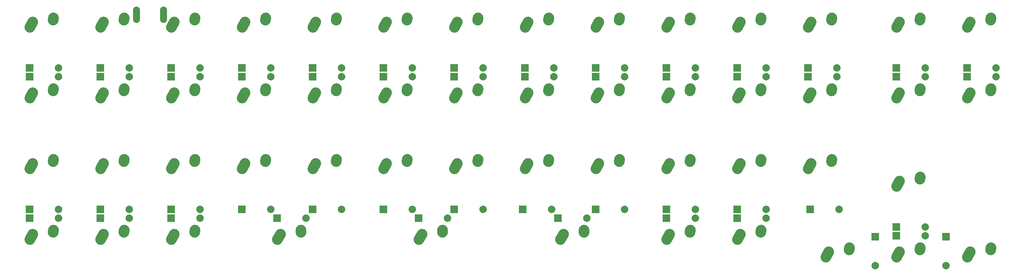
<source format=gbr>
G04 #@! TF.FileFunction,Soldermask,Top*
%FSLAX46Y46*%
G04 Gerber Fmt 4.6, Leading zero omitted, Abs format (unit mm)*
G04 Created by KiCad (PCBNEW 4.0.7) date 07/11/18 03:04:03*
%MOMM*%
%LPD*%
G01*
G04 APERTURE LIST*
%ADD10C,0.100000*%
%ADD11R,2.000000X2.000000*%
%ADD12C,2.000000*%
%ADD13O,1.900000X4.400000*%
%ADD14C,2.900000*%
G04 APERTURE END LIST*
D10*
D11*
X19912500Y-34528125D03*
D12*
X27712500Y-34528125D03*
D11*
X19912500Y-36909375D03*
D12*
X27712500Y-36909375D03*
D11*
X19912500Y-72628125D03*
D12*
X27712500Y-72628125D03*
D11*
X19912500Y-75009375D03*
D12*
X27712500Y-75009375D03*
D11*
X38962500Y-34528125D03*
D12*
X46762500Y-34528125D03*
D11*
X38962500Y-36909375D03*
D12*
X46762500Y-36909375D03*
D11*
X38962500Y-72628125D03*
D12*
X46762500Y-72628125D03*
D11*
X38962500Y-75009375D03*
D12*
X46762500Y-75009375D03*
D11*
X58012500Y-34528125D03*
D12*
X65812500Y-34528125D03*
D11*
X58012500Y-36909375D03*
D12*
X65812500Y-36909375D03*
D11*
X58012500Y-72628125D03*
D12*
X65812500Y-72628125D03*
D11*
X58012500Y-75009375D03*
D12*
X65812500Y-75009375D03*
D11*
X77062500Y-34528125D03*
D12*
X84862500Y-34528125D03*
D11*
X77062500Y-36909375D03*
D12*
X84862500Y-36909375D03*
D11*
X77062500Y-72628125D03*
D12*
X84862500Y-72628125D03*
D11*
X86587500Y-75009375D03*
D12*
X94387500Y-75009375D03*
D11*
X96112500Y-34528125D03*
D12*
X103912500Y-34528125D03*
D11*
X96112500Y-36909375D03*
D12*
X103912500Y-36909375D03*
D11*
X96112500Y-72628125D03*
D12*
X103912500Y-72628125D03*
D11*
X115162500Y-34528125D03*
D12*
X122962500Y-34528125D03*
D11*
X115162500Y-36909375D03*
D12*
X122962500Y-36909375D03*
D11*
X115162500Y-72628125D03*
D12*
X122962500Y-72628125D03*
D11*
X124687500Y-75009375D03*
D12*
X132487500Y-75009375D03*
D11*
X134212500Y-34528125D03*
D12*
X142012500Y-34528125D03*
D11*
X134212500Y-36909375D03*
D12*
X142012500Y-36909375D03*
D11*
X134212500Y-72628125D03*
D12*
X142012500Y-72628125D03*
D11*
X153262500Y-34528125D03*
D12*
X161062500Y-34528125D03*
D11*
X153262500Y-36909375D03*
D12*
X161062500Y-36909375D03*
D11*
X152667188Y-72628125D03*
D12*
X160467188Y-72628125D03*
D11*
X162192188Y-75009375D03*
D12*
X169992188Y-75009375D03*
D11*
X172312500Y-34528125D03*
D12*
X180112500Y-34528125D03*
D11*
X172312500Y-36909375D03*
D12*
X180112500Y-36909375D03*
D11*
X172312500Y-72628125D03*
D12*
X180112500Y-72628125D03*
D11*
X191362500Y-34528125D03*
D12*
X199162500Y-34528125D03*
D11*
X191362500Y-36909375D03*
D12*
X199162500Y-36909375D03*
D11*
X191362500Y-72628125D03*
D12*
X199162500Y-72628125D03*
D11*
X191362500Y-75009375D03*
D12*
X199162500Y-75009375D03*
D11*
X210412500Y-34528125D03*
D12*
X218212500Y-34528125D03*
D11*
X210412500Y-36909375D03*
D12*
X218212500Y-36909375D03*
D11*
X210412500Y-72628125D03*
D12*
X218212500Y-72628125D03*
D11*
X210412500Y-75009375D03*
D12*
X218212500Y-75009375D03*
D11*
X229462500Y-34528125D03*
D12*
X237262500Y-34528125D03*
D11*
X229462500Y-36909375D03*
D12*
X237262500Y-36909375D03*
D11*
X230057813Y-72628125D03*
D12*
X237857813Y-72628125D03*
D11*
X247650000Y-80039063D03*
D12*
X247650000Y-87839063D03*
D11*
X253275000Y-34528125D03*
D12*
X261075000Y-34528125D03*
D11*
X253275000Y-36909375D03*
D12*
X261075000Y-36909375D03*
D11*
X253275000Y-77390625D03*
D12*
X261075000Y-77390625D03*
D11*
X253275000Y-79771875D03*
D12*
X261075000Y-79771875D03*
D11*
X272325000Y-34528125D03*
D12*
X280125000Y-34528125D03*
D11*
X272325000Y-36909375D03*
D12*
X280125000Y-36909375D03*
D11*
X266700000Y-80039063D03*
D12*
X266700000Y-87839063D03*
D13*
X48737500Y-20221875D03*
X56037500Y-20221875D03*
D14*
X230362953Y-41243796D02*
X229552047Y-42703704D01*
X235902224Y-40164422D02*
X235862776Y-40743078D01*
X211312953Y-60293796D02*
X210502047Y-61753704D01*
X216852224Y-59214422D02*
X216812776Y-59793078D01*
X211312953Y-41243796D02*
X210502047Y-42703704D01*
X216852224Y-40164422D02*
X216812776Y-40743078D01*
X173212953Y-60293796D02*
X172402047Y-61753704D01*
X178752224Y-59214422D02*
X178712776Y-59793078D01*
X192262953Y-60293796D02*
X191452047Y-61753704D01*
X197802224Y-59214422D02*
X197762776Y-59793078D01*
X39862953Y-41243796D02*
X39052047Y-42703704D01*
X45402224Y-40164422D02*
X45362776Y-40743078D01*
X116062953Y-60293796D02*
X115252047Y-61753704D01*
X121602224Y-59214422D02*
X121562776Y-59793078D01*
X230362953Y-22193796D02*
X229552047Y-23653704D01*
X235902224Y-21114422D02*
X235862776Y-21693078D01*
X254175453Y-41243796D02*
X253364547Y-42703704D01*
X259714724Y-40164422D02*
X259675276Y-40743078D01*
X273225453Y-41243796D02*
X272414547Y-42703704D01*
X278764724Y-40164422D02*
X278725276Y-40743078D01*
X77962953Y-60293796D02*
X77152047Y-61753704D01*
X83502224Y-59214422D02*
X83462776Y-59793078D01*
X20812953Y-79343796D02*
X20002047Y-80803704D01*
X26352224Y-78264422D02*
X26312776Y-78843078D01*
X77962953Y-41243796D02*
X77152047Y-42703704D01*
X83502224Y-40164422D02*
X83462776Y-40743078D01*
X254175453Y-84106296D02*
X253364547Y-85566204D01*
X259714724Y-83026922D02*
X259675276Y-83605578D01*
X77962953Y-22193796D02*
X77152047Y-23653704D01*
X83502224Y-21114422D02*
X83462776Y-21693078D01*
X20812953Y-41243796D02*
X20002047Y-42703704D01*
X26352224Y-40164422D02*
X26312776Y-40743078D01*
X97012953Y-41243796D02*
X96202047Y-42703704D01*
X102552224Y-40164422D02*
X102512776Y-40743078D01*
X211312953Y-79343796D02*
X210502047Y-80803704D01*
X216852224Y-78264422D02*
X216812776Y-78843078D01*
X116062953Y-41243796D02*
X115252047Y-42703704D01*
X121602224Y-40164422D02*
X121562776Y-40743078D01*
X135112953Y-41243796D02*
X134302047Y-42703704D01*
X140652224Y-40164422D02*
X140612776Y-40743078D01*
X173212953Y-22193796D02*
X172402047Y-23653704D01*
X178752224Y-21114422D02*
X178712776Y-21693078D01*
X154162953Y-41243796D02*
X153352047Y-42703704D01*
X159702224Y-40164422D02*
X159662776Y-40743078D01*
X173212953Y-41243796D02*
X172402047Y-42703704D01*
X178752224Y-40164422D02*
X178712776Y-40743078D01*
X192262953Y-41243796D02*
X191452047Y-42703704D01*
X197802224Y-40164422D02*
X197762776Y-40743078D01*
X58912953Y-79343796D02*
X58102047Y-80803704D01*
X64452224Y-78264422D02*
X64412776Y-78843078D01*
X235125453Y-84106296D02*
X234314547Y-85566204D01*
X240664724Y-83026922D02*
X240625276Y-83605578D01*
X20812953Y-60293796D02*
X20002047Y-61753704D01*
X26352224Y-59214422D02*
X26312776Y-59793078D01*
X87487953Y-79343796D02*
X86677047Y-80803704D01*
X93027224Y-78264422D02*
X92987776Y-78843078D01*
X154162953Y-60293796D02*
X153352047Y-61753704D01*
X159702224Y-59214422D02*
X159662776Y-59793078D01*
X125587953Y-79343796D02*
X124777047Y-80803704D01*
X131127224Y-78264422D02*
X131087776Y-78843078D01*
X135112953Y-60293796D02*
X134302047Y-61753704D01*
X140652224Y-59214422D02*
X140612776Y-59793078D01*
X192262953Y-22193796D02*
X191452047Y-23653704D01*
X197802224Y-21114422D02*
X197762776Y-21693078D01*
X211312953Y-22193796D02*
X210502047Y-23653704D01*
X216852224Y-21114422D02*
X216812776Y-21693078D01*
X39862953Y-22193796D02*
X39052047Y-23653704D01*
X45402224Y-21114422D02*
X45362776Y-21693078D01*
X97012953Y-22193796D02*
X96202047Y-23653704D01*
X102552224Y-21114422D02*
X102512776Y-21693078D01*
X192262953Y-79343796D02*
X191452047Y-80803704D01*
X197802224Y-78264422D02*
X197762776Y-78843078D01*
X273225453Y-84106296D02*
X272414547Y-85566204D01*
X278764724Y-83026922D02*
X278725276Y-83605578D01*
X230362953Y-60293796D02*
X229552047Y-61753704D01*
X235902224Y-59214422D02*
X235862776Y-59793078D01*
X163687953Y-79343796D02*
X162877047Y-80803704D01*
X169227224Y-78264422D02*
X169187776Y-78843078D01*
X58912953Y-41243796D02*
X58102047Y-42703704D01*
X64452224Y-40164422D02*
X64412776Y-40743078D01*
X116062953Y-22193796D02*
X115252047Y-23653704D01*
X121602224Y-21114422D02*
X121562776Y-21693078D01*
X20812953Y-22193796D02*
X20002047Y-23653704D01*
X26352224Y-21114422D02*
X26312776Y-21693078D01*
X254175453Y-22193796D02*
X253364547Y-23653704D01*
X259714724Y-21114422D02*
X259675276Y-21693078D01*
X273225453Y-22193796D02*
X272414547Y-23653704D01*
X278764724Y-21114422D02*
X278725276Y-21693078D01*
X154162953Y-22193796D02*
X153352047Y-23653704D01*
X159702224Y-21114422D02*
X159662776Y-21693078D01*
X254175453Y-65056296D02*
X253364547Y-66516204D01*
X259714724Y-63976922D02*
X259675276Y-64555578D01*
X97012953Y-60293796D02*
X96202047Y-61753704D01*
X102552224Y-59214422D02*
X102512776Y-59793078D01*
X58912953Y-22193796D02*
X58102047Y-23653704D01*
X64452224Y-21114422D02*
X64412776Y-21693078D01*
X39862953Y-79343796D02*
X39052047Y-80803704D01*
X45402224Y-78264422D02*
X45362776Y-78843078D01*
X58912953Y-60293796D02*
X58102047Y-61753704D01*
X64452224Y-59214422D02*
X64412776Y-59793078D01*
X135112953Y-22193796D02*
X134302047Y-23653704D01*
X140652224Y-21114422D02*
X140612776Y-21693078D01*
X39862953Y-60293796D02*
X39052047Y-61753704D01*
X45402224Y-59214422D02*
X45362776Y-59793078D01*
M02*

</source>
